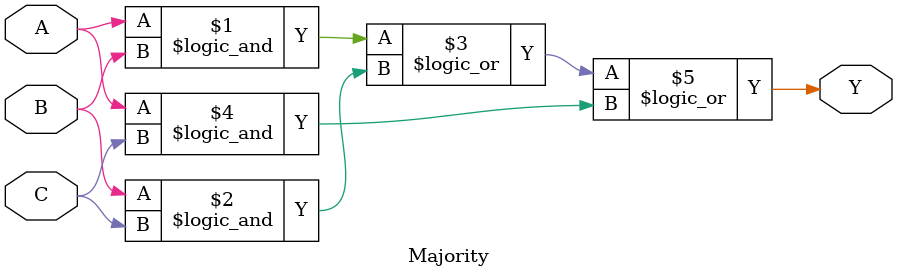
<source format=v>


module Majority (A, B, C, Y);
   input  A, B, C;
   output Y;

assign Y = (A && B)||(B && C)||(A && C);

endmodule // Majority

</source>
